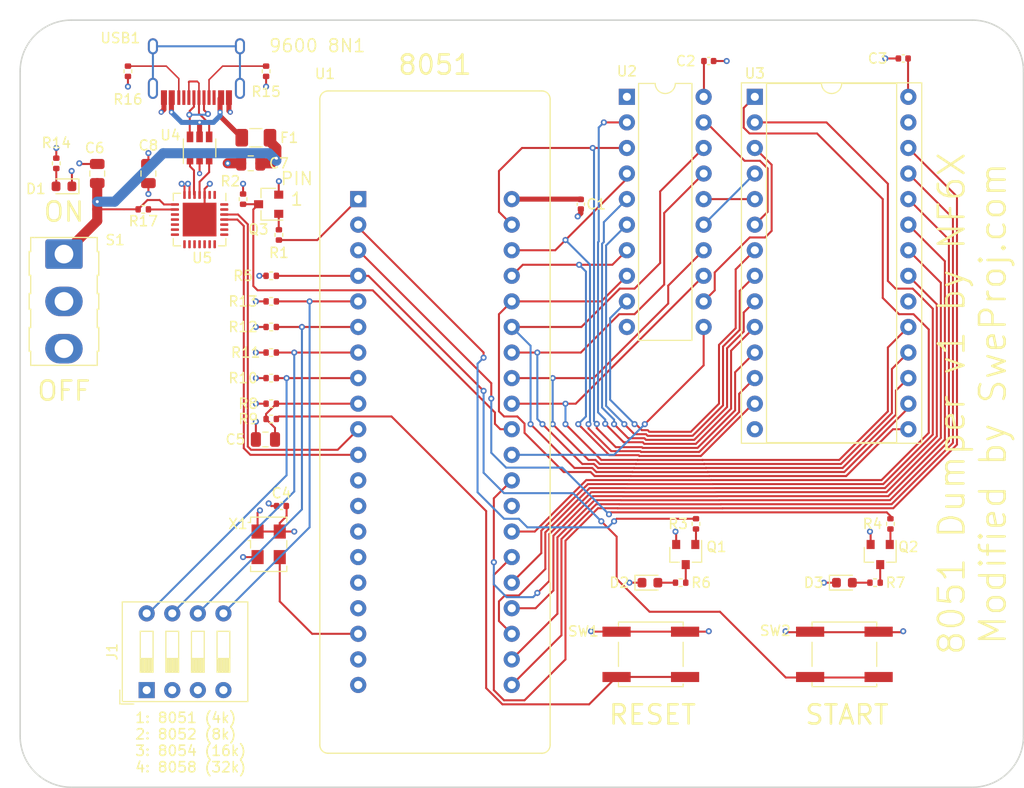
<source format=kicad_pcb>
(kicad_pcb (version 20211014) (generator pcbnew)

  (general
    (thickness 1.6)
  )

  (paper "B")
  (title_block
    (title "8051dumper")
    (date "2022-01-23")
    (rev "1")
    (company "Mark J. Blair <nf6x@nf6x.net>")
    (comment 1 "Modified by SweProj.com")
  )

  (layers
    (0 "F.Cu" signal)
    (1 "In1.Cu" signal)
    (2 "In2.Cu" signal)
    (31 "B.Cu" signal)
    (36 "B.SilkS" user "B.Silkscreen")
    (37 "F.SilkS" user "F.Silkscreen")
    (38 "B.Mask" user)
    (39 "F.Mask" user)
    (40 "Dwgs.User" user "User.Drawings")
    (41 "Cmts.User" user "User.Comments")
    (42 "Eco1.User" user "User.Eco1")
    (43 "Eco2.User" user "User.Eco2")
    (44 "Edge.Cuts" user)
    (45 "Margin" user)
    (46 "B.CrtYd" user "B.Courtyard")
    (47 "F.CrtYd" user "F.Courtyard")
    (48 "B.Fab" user)
    (49 "F.Fab" user)
  )

  (setup
    (stackup
      (layer "F.SilkS" (type "Top Silk Screen"))
      (layer "F.Mask" (type "Top Solder Mask") (thickness 0.01))
      (layer "F.Cu" (type "copper") (thickness 0.035))
      (layer "dielectric 1" (type "core") (thickness 0.48) (material "FR4") (epsilon_r 4.5) (loss_tangent 0.02))
      (layer "In1.Cu" (type "copper") (thickness 0.035))
      (layer "dielectric 2" (type "prepreg") (thickness 0.48) (material "FR4") (epsilon_r 4.5) (loss_tangent 0.02))
      (layer "In2.Cu" (type "copper") (thickness 0.035))
      (layer "dielectric 3" (type "core") (thickness 0.48) (material "FR4") (epsilon_r 4.5) (loss_tangent 0.02))
      (layer "B.Cu" (type "copper") (thickness 0.035))
      (layer "B.Mask" (type "Bottom Solder Mask") (thickness 0.01))
      (layer "B.SilkS" (type "Bottom Silk Screen"))
      (copper_finish "None")
      (dielectric_constraints no)
    )
    (pad_to_mask_clearance 0.051)
    (solder_mask_min_width 0.25)
    (aux_axis_origin 101.6 203.2)
    (grid_origin 101.6 203.2)
    (pcbplotparams
      (layerselection 0x00210e0_ffffffff)
      (disableapertmacros false)
      (usegerberextensions false)
      (usegerberattributes true)
      (usegerberadvancedattributes true)
      (creategerberjobfile false)
      (svguseinch false)
      (svgprecision 6)
      (excludeedgelayer true)
      (plotframeref false)
      (viasonmask false)
      (mode 1)
      (useauxorigin true)
      (hpglpennumber 1)
      (hpglpenspeed 20)
      (hpglpendiameter 15.000000)
      (dxfpolygonmode true)
      (dxfimperialunits true)
      (dxfusepcbnewfont true)
      (psnegative false)
      (psa4output false)
      (plotreference true)
      (plotvalue false)
      (plotinvisibletext false)
      (sketchpadsonfab false)
      (subtractmaskfromsilk false)
      (outputformat 1)
      (mirror false)
      (drillshape 0)
      (scaleselection 1)
      (outputdirectory "gerber")
    )
  )

  (net 0 "")
  (net 1 "GND")
  (net 2 "+5V")
  (net 3 "RST")
  (net 4 "/~{EA}")
  (net 5 "Net-(Q2-Pad3)")
  (net 6 "EA")
  (net 7 "~{REDLED}")
  (net 8 "~{GRNLED}")
  (net 9 "~{GRNBTN}")
  (net 10 "/AD0")
  (net 11 "/AD1")
  (net 12 "/CLK")
  (net 13 "/AD2")
  (net 14 "/AD3")
  (net 15 "/AD4")
  (net 16 "/AD5")
  (net 17 "/AD6")
  (net 18 "/AD7")
  (net 19 "ALE")
  (net 20 "~{PSEN}")
  (net 21 "/A14")
  (net 22 "/A13")
  (net 23 "/A12")
  (net 24 "/A11")
  (net 25 "/A10")
  (net 26 "/A9")
  (net 27 "/A8")
  (net 28 "/A7")
  (net 29 "/A3")
  (net 30 "/A6")
  (net 31 "/A2")
  (net 32 "/A5")
  (net 33 "/A1")
  (net 34 "/A4")
  (net 35 "/A0")
  (net 36 "Net-(R9-Pad2)")
  (net 37 "Net-(D1-Pad2)")
  (net 38 "~{R4k}")
  (net 39 "~{R8k}")
  (net 40 "~{R16k}")
  (net 41 "~{R32k}")
  (net 42 "Net-(D2-Pad2)")
  (net 43 "Net-(D3-Pad2)")
  (net 44 "Net-(U1-Pad17)")
  (net 45 "Net-(U1-Pad16)")
  (net 46 "Net-(U1-Pad15)")
  (net 47 "Net-(U1-Pad14)")
  (net 48 "Net-(U1-Pad13)")
  (net 49 "Net-(U1-Pad12)")
  (net 50 "Net-(U1-Pad28)")
  (net 51 "Net-(F1-Pad2)")
  (net 52 "Net-(R15-Pad2)")
  (net 53 "Net-(R16-Pad2)")
  (net 54 "Net-(R17-Pad1)")
  (net 55 "TX")
  (net 56 "RX")
  (net 57 "Net-(U4-Pad6)")
  (net 58 "Net-(U4-Pad4)")
  (net 59 "Net-(U4-Pad3)")
  (net 60 "Net-(U4-Pad1)")
  (net 61 "Net-(U5-Pad28)")
  (net 62 "Net-(U5-Pad27)")
  (net 63 "Net-(U5-Pad24)")
  (net 64 "Net-(U5-Pad23)")
  (net 65 "Net-(U5-Pad22)")
  (net 66 "Net-(U5-Pad21)")
  (net 67 "Net-(U5-Pad20)")
  (net 68 "Net-(U5-Pad19)")
  (net 69 "Net-(U5-Pad18)")
  (net 70 "Net-(U5-Pad17)")
  (net 71 "Net-(U5-Pad16)")
  (net 72 "Net-(U5-Pad15)")
  (net 73 "Net-(U5-Pad14)")
  (net 74 "Net-(U5-Pad13)")
  (net 75 "Net-(U5-Pad12)")
  (net 76 "Net-(U5-Pad11)")
  (net 77 "Net-(U5-Pad10)")
  (net 78 "Net-(U5-Pad2)")
  (net 79 "Net-(U5-Pad1)")
  (net 80 "Net-(USB1-Pad3)")
  (net 81 "Net-(USB1-Pad9)")
  (net 82 "Net-(USB1-Pad13)")
  (net 83 "Net-(Q2-Pad1)")
  (net 84 "Net-(Q1-Pad1)")
  (net 85 "Net-(Q1-Pad3)")
  (net 86 "Net-(Q3-Pad1)")
  (net 87 "VBUS")

  (footprint "Capacitor_SMD:C_0402_1005Metric" (layer "F.Cu") (at 159.258 145.288 -90))

  (footprint "Capacitor_SMD:C_0402_1005Metric" (layer "F.Cu") (at 171.958 131.064))

  (footprint "Resistor_SMD:R_0402_1005Metric" (layer "F.Cu") (at 129.286 148.336 -90))

  (footprint "Resistor_SMD:R_0402_1005Metric" (layer "F.Cu") (at 125.73 144.78 90))

  (footprint "Resistor_SMD:R_0402_1005Metric" (layer "F.Cu") (at 170.688 177.038 90))

  (footprint "Resistor_SMD:R_0402_1005Metric" (layer "F.Cu") (at 128.524 152.4))

  (footprint "Resistor_SMD:R_0402_1005Metric" (layer "F.Cu") (at 169.164 182.88 180))

  (footprint "Resistor_SMD:R_0402_1005Metric" (layer "F.Cu") (at 188.468 182.88 180))

  (footprint "Package_DIP:DIP-20_W7.62mm" (layer "F.Cu") (at 163.83 134.62))

  (footprint "Oscillator:Oscillator_SMD_EuroQuartz_XO53-4Pin_5.0x3.2mm" (layer "F.Cu") (at 128.27 179.07 -90))

  (footprint "Package_DIP:DIP-40_W15.24mm_ZIF_Socket_Aries_40-6554-10" (layer "F.Cu") (at 137.16 144.78))

  (footprint "Package_DIP:DIP-28_W15.24mm_Socket" (layer "F.Cu") (at 176.53 134.62))

  (footprint "Capacitor_SMD:C_0402_1005Metric" (layer "F.Cu") (at 129.54 175.26 180))

  (footprint "Capacitor_SMD:C_0805_2012Metric" (layer "F.Cu") (at 111.252 142.24 90))

  (footprint "Resistor_SMD:R_0402_1005Metric" (layer "F.Cu") (at 189.992 177.038 90))

  (footprint "Button_Switch_THT:SW_CK_1101M2S3CQE2" (layer "F.Cu") (at 107.95 154.94 -90))

  (footprint "Capacitor_SMD:C_0805_2012Metric" (layer "F.Cu") (at 127.95 168.656))

  (footprint "Resistor_SMD:R_0402_1005Metric" (layer "F.Cu") (at 128.524 160.02))

  (footprint "Resistor_SMD:R_0402_1005Metric" (layer "F.Cu") (at 128.524 157.48))

  (footprint "Resistor_SMD:R_0402_1005Metric" (layer "F.Cu") (at 128.524 162.56))

  (footprint "Resistor_SMD:R_0402_1005Metric" (layer "F.Cu") (at 128.524 154.94))

  (footprint "LED_SMD:LED_0603_1608Metric" (layer "F.Cu") (at 107.95 143.51 180))

  (footprint "Resistor_SMD:R_0402_1005Metric" (layer "F.Cu") (at 107.188 141.224 -90))

  (footprint "Resistor_SMD:R_0402_1005Metric" (layer "F.Cu") (at 128.524 165.1 180))

  (footprint "Resistor_SMD:R_0402_1005Metric" (layer "F.Cu") (at 128.524 166.624))

  (footprint "LED_SMD:LED_0603_1608Metric" (layer "F.Cu") (at 166.116 182.88))

  (footprint "LED_SMD:LED_0603_1608Metric" (layer "F.Cu") (at 185.42 182.88))

  (footprint "sm6uax:SW_Push_1P1T_NO_CK_K2-1102SP-C4SC-04" (layer "F.Cu") (at 166.204999 190))

  (footprint "Capacitor_SMD:C_0805_2012Metric" (layer "F.Cu") (at 126.492 141.224))

  (footprint "Capacitor_SMD:C_0805_2012Metric" (layer "F.Cu") (at 116.332 142.24 90))

  (footprint "sm6uax:Fuse_1206_3216Metric" (layer "F.Cu") (at 127 138.684 180))

  (footprint "Resistor_SMD:R_0402_1005Metric" (layer "F.Cu") (at 128.016 132.08 90))

  (footprint "Resistor_SMD:R_0402_1005Metric" (layer "F.Cu") (at 115.824 145.796 180))

  (footprint "Package_TO_SOT_SMD:SOT-23-6" (layer "F.Cu") (at 121.412 139.7 90))

  (footprint "Package_DFN_QFN:QFN-28-1EP_5x5mm_P0.5mm_EP3.35x3.35mm" (layer "F.Cu") (at 121.412 146.812 -90))

  (footprint "sm6uax:HRO-TYPE-C-31-M-12" (layer "F.Cu") (at 121.1 127 180))

  (footprint "Package_TO_SOT_SMD:SOT-23" (layer "F.Cu") (at 169.672 180.086 -90))

  (footprint "Package_TO_SOT_SMD:SOT-23" (layer "F.Cu") (at 128.27 145.288 180))

  (footprint "MountingHole:MountingHole_3.2mm_M3" (layer "F.Cu") (at 198.12 132.08))

  (footprint "MountingHole:MountingHole_3.2mm_M3" (layer "F.Cu") (at 198.12 198.12))

  (footprint "MountingHole:MountingHole_3.2mm_M3" (layer "F.Cu") (at 108.68 198.12))

  (footprint "MountingHole:MountingHole_3.2mm_M3" (layer "F.Cu") (at 108.68 132.08))

  (footprint "Button_Switch_THT:SW_DIP_SPSTx04_Slide_9.78x12.34mm_W7.62mm_P2.54mm" (layer "F.Cu") (at 116.16 193.55 90))

  (footprint "Capacitor_SMD:C_0402_1005Metric" (layer "F.Cu") (at 191.262 130.81 180))

  (footprint "Resistor_SMD:R_0402_1005Metric" (layer "F.Cu") (at 114.3 132.08 90))

  (footprint "Package_TO_SOT_SMD:SOT-23" (layer "F.Cu") (at 188.976 180.086 -90))

  (footprint "sm6uax:SW_Push_1P1T_NO_CK_K2-1102SP-C4SC-04" (layer "F.Cu") (at 185.42 190))

  (gr_arc (start 103.6 132.08) (mid 105.087898 128.487898) (end 108.68 127) (layer "Edge.Cuts") (width 0.15) (tstamp 2681e64d-bedc-4e1f-87d2-754aaa485bbd))
  (gr_line (start 198.12 127) (end 108.68 127) (layer "Edge.Cuts") (width 0.15) (tstamp 3b9c5ffd-e59b-402d-8c5e-052f7ca643a4))
  (gr_line (start 103.6 132.08) (end 103.6 198.12) (layer "Edge.Cuts") (width 0.15) (tstamp 4fb2577d-2e1c-480c-9060-124510b35053))
  (gr_line (start 108.68 203.2) (end 198.12 203.2) (layer "Edge.Cuts") (width 0.15) (tstamp 6133fb54-5524-482e-9ae2-adbf29aced9e))
  (gr_arc (start 203.2 198.12) (mid 201.712102 201.712102) (end 198.12 203.2) (layer "Edge.Cuts") (width 0.15) (tstamp 6b6d35dc-fa1d-46c5-87c0-b0652011059d))
  (gr_arc (start 198.12 127) (mid 201.712102 128.487898) (end 203.2 132.08) (layer "Edge.Cuts") (width 0.15) (tstamp 6b8c153e-62fe-42fb-aa7f-caef740ef6fd))
  (gr_arc (start 108.68 203.2) (mid 105.087898 201.712102) (end 103.6 198.12) (layer "Edge.Cuts") (width 0.15) (tstamp d035bb7a-e806-42f2-ba95-a390d279aef1))
  (gr_line (start 203.2 198.12) (end 203.2 132.08) (layer "Edge.Cuts") (width 0.15) (tstamp f08895dc-4dcb-4aef-a39b-5a08864cdaaf))
  (gr_text "START" (at 185.674 196) (layer "F.SilkS") (tstamp 00000000-0000-0000-0000-00005e85beed)
    (effects (font (size 1.905 1.905) (thickness 0.254)))
  )
  (gr_text "PIN\n1" (at 131.064 143.764) (layer "F.SilkS") (tstamp 00000000-0000-0000-0000-00005e8ffc44)
    (effects (font (size 1.27 1.27) (thickness 0.1524)))
  )
  (gr_text "9600 8N1" (at 133.096 129.54) (layer "F.SilkS") (tstamp 00000000-0000-0000-0000-00005e911400)
    (effects (font (size 1.27 1.27) (thickness 0.1524)))
  )
  (gr_text "ON" (at 107.95 146.05) (layer "F.SilkS") (tstamp 00000000-0000-0000-0000-00005e91163f)
    (effects (font (size 1.905 1.905) (thickness 0.254)))
  )
  (gr_text "OFF" (at 107.95 163.83) (layer "F.SilkS") (tstamp 00000000-0000-0000-0000-00005e911645)
    (effects (font (size 1.905 1.905) (thickness 0.254)))
  )
  (gr_text "1: 8051 (4k)\n2: 8052 (8k)\n3: 8054 (16k)\n4: 8058 (32k)" (at 114.935 198.755) (layer "F.SilkS") (tstamp 00000000-0000-0000-0000-000061b6e27f)
    (effects (font (size 1.016 1.016) (thickness 0.1524)) (justify left))
  )
  (gr_text "RESET" (at 166.37 196) (layer "F.SilkS") (tstamp 2ba25c40-ea42-478e-9150-1d94fa1c8ae9)
    (effects (font (size 1.905 1.905) (thickness 0.254)))
  )
  (gr_text "8051" (at 144.78 131.445) (layer "F.SilkS") (tstamp 5a390647-51ba-4684-b747-9001f749ff71)
    (effects (font (size 1.905 1.905) (thickness 0.254)))
  )
  (gr_text "8051 Dumper v1 by NF6X\nModified by SweProj.com" (at 198.12 165.1 90) (layer "F.SilkS") (tstamp c811ed5f-f509-4605-b7d3-da6f79935a1e)
    (effects (font (size 2.54 2.54) (thickness 0.254)))
  )

  (segment (start 128.016 132.59) (end 128.016 133.604) (width 0.2) (layer "F.Cu") (net 1) (tstamp 044dde97-ee2e-473a-9264-ed4dff1893a5))
  (segment (start 172.438 131.064) (end 173.736 131.064) (width 0.2) (layer "F.Cu") (net 1) (tstamp 0e0f9829-27a5-43b2-a0ae-121d3ce72ef4))
  (segment (start 111.252 141.29) (end 109.54 141.29) (width 0.2) (layer "F.Cu") (net 1) (tstamp 18d3014d-7089-41b5-ab03-53cc0a265580))
  (segment (start 117.875 135.871) (end 117.602 136.144) (width 0.5) (layer "F.Cu") (net 1) (tstamp 232ccf4f-3322-4e62-990b-290e6ff36fcd))
  (segment (start 121.912 143.772) (end 122.428 143.256) (width 0.2) (layer "F.Cu") (net 1) (tstamp 34a11a07-8b7f-45d2-96e3-89fd43e62756))
  (segment (start 159.258 145.768) (end 159.258 146.188612) (width 0.5) (layer "F.Cu") (net 1) (tstamp 3c646c61-400f-4f60-98b8-05ed5e632a3f))
  (segment (start 116.332 141.29) (end 116.332 140.208) (width 0.2) (layer "F.Cu") (net 1) (tstamp 3f96e159-1f3b-4ee7-a46e-e60d78f2137a))
  (segment (start 121.412 140.8) (end 121.412 142.24) (width 0.2) (layer "F.Cu") (net 1) (tstamp 4160bbf7-ffff-4c5c-a647-5ee58ddecf06))
  (segment (start 121.912 144.362) (end 121.912 143.772) (width 0.2) (layer "F.Cu") (net 1) (tstamp 47993d80-a37e-426e-90c9-fd54b49ed166))
  (segment (start 121.412 146.812) (end 121.912 146.312) (width 0.2) (layer "F.Cu") (net 1) (tstamp 54093c93-5e7e-4c8d-8d94-40c077747c12))
  (segment (start 191.168 187.8) (end 191.262 187.706) (width 0.2) (layer "F.Cu") (net 1) (tstamp 59e09498-d26e-4ba7-b47d-fece2ea7c274))
  (segment (start 114.3 132.59) (end 114.3 133.604) (width 0.2) (layer "F.Cu") (net 1) (tstamp 661ca2ba-bce5-4308-99a6-de333a625515))
  (segment (start 117.875 134.695) (end 117.875 135.871) (width 0.5) (layer "F.Cu") (net 1) (tstamp 6d7ff8c0-8a2a-4636-844f-c7210ff3e6f2))
  (segment (start 125.542 141.224) (end 124.206 141.224) (width 1) (layer "F.Cu") (net 1) (tstamp 722636b6-8ff0-452f-9357-23deb317d921))
  (segment (start 190.782 130.81) (end 189.484 130.81) (width 0.2) (layer "F.Cu") (net 1) (tstamp 73f40fda-e6eb-4f93-9482-56cf47d84a87))
  (segment (start 184.6325 182.88) (end 183.388 182.88) (width 0.2) (layer "F.Cu") (net 1) (tstamp 77ef8901-6325-4427-901a-4acd9074dd7b))
  (segment (start 159.258 146.188612) (end 158.946306 146.500306) (width 0.5) (layer "F.Cu") (net 1) (tstamp 8aeda7bd-b078-427a-a185-d5bc595c6436))
  (segment (start 124.325 134.695) (end 124.325 136.009) (width 0.5) (layer "F.Cu") (net 1) (tstamp 93ac15d8-5f91-4361-acff-be4992b93b51))
  (segment (start 182.02 187.8) (end 188.82 187.8) (width 0.2) (layer "F.Cu") (net 1) (tstamp 9505be36-b21c-4db8-9484-dd0861395d26))
  (segment (start 125.73 144.27) (end 125.73 143.256) (width 0.2) (layer "F.Cu") (net 1) (tstamp 961b4579-9ee8-407a-89a7-81f36f1ad865))
  (segment (start 179.672 187.8) (end 179.578 187.706) (width 0.2) (layer "F.Cu") (net 1) (tstamp 981ff4de-0330-4757-b746-0cb983df5e7c))
  (segment (start 165.3285 182.88) (end 164.084 182.88) (width 0.2) (layer "F.Cu") (net 1) (tstamp acf5d924-0760-425a-996c-c1d965700be
... [1045426 chars truncated]
</source>
